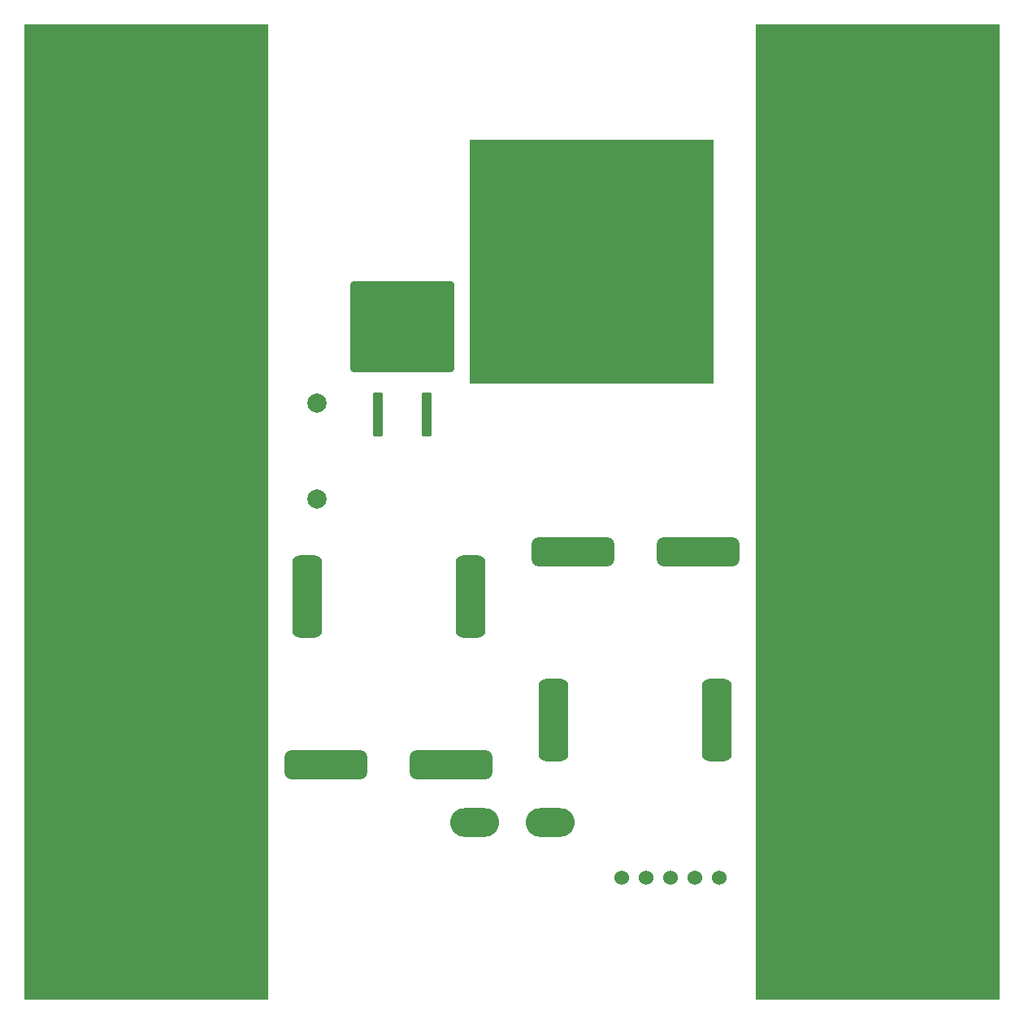
<source format=gbr>
%TF.GenerationSoftware,KiCad,Pcbnew,7.0.2*%
%TF.CreationDate,2024-02-27T12:18:34-06:00*%
%TF.ProjectId,Relay_board_hardware,52656c61-795f-4626-9f61-72645f686172,rev?*%
%TF.SameCoordinates,Original*%
%TF.FileFunction,Soldermask,Bot*%
%TF.FilePolarity,Negative*%
%FSLAX46Y46*%
G04 Gerber Fmt 4.6, Leading zero omitted, Abs format (unit mm)*
G04 Created by KiCad (PCBNEW 7.0.2) date 2024-02-27 12:18:34*
%MOMM*%
%LPD*%
G01*
G04 APERTURE LIST*
G04 Aperture macros list*
%AMRoundRect*
0 Rectangle with rounded corners*
0 $1 Rounding radius*
0 $2 $3 $4 $5 $6 $7 $8 $9 X,Y pos of 4 corners*
0 Add a 4 corners polygon primitive as box body*
4,1,4,$2,$3,$4,$5,$6,$7,$8,$9,$2,$3,0*
0 Add four circle primitives for the rounded corners*
1,1,$1+$1,$2,$3*
1,1,$1+$1,$4,$5*
1,1,$1+$1,$6,$7*
1,1,$1+$1,$8,$9*
0 Add four rect primitives between the rounded corners*
20,1,$1+$1,$2,$3,$4,$5,0*
20,1,$1+$1,$4,$5,$6,$7,0*
20,1,$1+$1,$6,$7,$8,$9,0*
20,1,$1+$1,$8,$9,$2,$3,0*%
G04 Aperture macros list end*
%ADD10O,5.100000X3.000000*%
%ADD11R,25.400000X50.800000*%
%ADD12RoundRect,0.775000X-3.525000X0.775000X-3.525000X-0.775000X3.525000X-0.775000X3.525000X0.775000X0*%
%ADD13RoundRect,0.775000X0.775000X3.525000X-0.775000X3.525000X-0.775000X-3.525000X0.775000X-3.525000X0*%
%ADD14RoundRect,0.775000X-0.775000X-3.525000X0.775000X-3.525000X0.775000X3.525000X-0.775000X3.525000X0*%
%ADD15RoundRect,0.775000X3.525000X-0.775000X3.525000X0.775000X-3.525000X0.775000X-3.525000X-0.775000X0*%
%ADD16R,25.400000X25.400000*%
%ADD17C,2.000000*%
%ADD18C,1.524000*%
%ADD19RoundRect,0.250000X0.300000X-2.050000X0.300000X2.050000X-0.300000X2.050000X-0.300000X-2.050000X0*%
%ADD20RoundRect,0.250002X5.149998X-4.449998X5.149998X4.449998X-5.149998X4.449998X-5.149998X-4.449998X0*%
G04 APERTURE END LIST*
D10*
%TO.C,Conn1*%
X148463000Y-133922800D03*
X156337000Y-133922800D03*
%TD*%
D11*
%TO.C,V3*%
X114300000Y-76200000D03*
%TD*%
D12*
%TO.C,K1*%
X158754000Y-105740000D03*
X171754000Y-105740000D03*
D13*
X173754000Y-123240000D03*
D14*
X156754000Y-123240000D03*
%TD*%
D11*
%TO.C,V5*%
X114300000Y-127000000D03*
%TD*%
%TO.C,V2*%
X190500000Y-76200000D03*
%TD*%
%TO.C,V4*%
X190500000Y-127000000D03*
%TD*%
D13*
%TO.C,K2*%
X148046000Y-110440000D03*
D14*
X131046000Y-110440000D03*
D15*
X133046000Y-127940000D03*
X146046000Y-127940000D03*
%TD*%
D16*
%TO.C,V1*%
X160655000Y-75565000D03*
%TD*%
D17*
%TO.C,C1*%
X132080000Y-90250000D03*
X132080000Y-100250000D03*
%TD*%
D18*
%TO.C,Conn2*%
X173990000Y-139700000D03*
X171450000Y-139700000D03*
X168910000Y-139700000D03*
X166370000Y-139700000D03*
X163830000Y-139700000D03*
%TD*%
D19*
%TO.C,Q1*%
X143510000Y-91470000D03*
D20*
X140970000Y-82320000D03*
D19*
X138430000Y-91470000D03*
%TD*%
M02*

</source>
